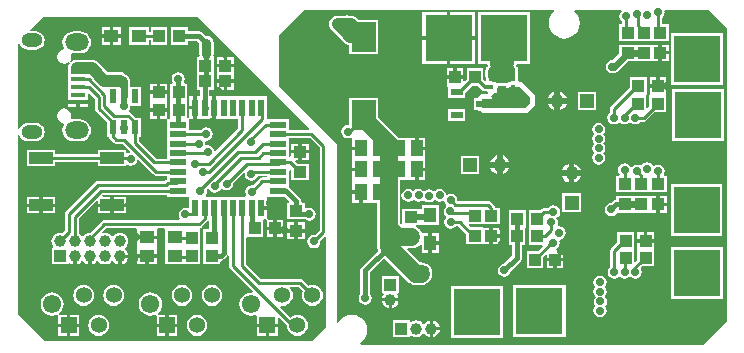
<source format=gtl>
%FSTAX23Y23*%
%MOIN*%
%SFA1B1*%

%IPPOS*%
%ADD12C,0.015748*%
%ADD16C,0.010000*%
%ADD17R,0.039370X0.043307*%
%ADD18R,0.041339X0.023622*%
%ADD19R,0.016929X0.013780*%
%ADD20R,0.043307X0.049212*%
%ADD21R,0.025984X0.013780*%
%ADD22R,0.080709X0.098425*%
%ADD23R,0.043307X0.055118*%
%ADD24R,0.043307X0.039370*%
%ADD25R,0.058071X0.023622*%
%ADD26R,0.023622X0.058071*%
%ADD27R,0.157480X0.157480*%
%ADD28R,0.051181X0.017716*%
%ADD29R,0.023622X0.048031*%
%ADD30R,0.049212X0.043307*%
%ADD31R,0.078740X0.039370*%
%ADD32R,0.078740X0.039370*%
%ADD61C,0.059055*%
%ADD62C,0.039370*%
%ADD63C,0.023622*%
%ADD64C,0.019685*%
%ADD65C,0.078740*%
%ADD66C,0.011811*%
%ADD67C,0.031496*%
%ADD68R,0.053464X0.053464*%
%ADD69C,0.053464*%
%ADD70C,0.061024*%
%ADD71R,0.045275X0.045275*%
%ADD72C,0.045275*%
%ADD73R,0.045275X0.045275*%
%ADD74O,0.078740X0.057087*%
%ADD75O,0.070866X0.045275*%
%ADD76C,0.039370*%
%ADD77R,0.039370X0.039370*%
%ADD78R,0.039370X0.039370*%
%ADD79C,0.027559*%
%LNlebot-1*%
%LPD*%
G36*
X02392Y01085D02*
Y0011D01*
X02312Y0003*
X01171*
X01169Y00035*
X01178Y00042*
X01186Y00052*
X01191Y00065*
X01193Y00078*
X01191Y00092*
X01186Y00104*
X01178Y00115*
X01167Y00123*
X01155Y00128*
X01141Y0013*
X01128Y00128*
X01115Y00123*
X01105Y00115*
X01097Y00104*
X01096Y00103*
X01091Y00104*
Y007*
X00898Y00893*
Y01062*
X00961Y01125*
X00983Y01146*
X01816*
X01817Y01141*
X01813Y01138*
X01805Y01128*
X018Y01115*
X01798Y01102*
X018Y01089*
X01805Y01076*
X01813Y01065*
X01824Y01057*
X01837Y01052*
X0185Y0105*
X01863Y01052*
X01876Y01057*
X01886Y01065*
X01895Y01076*
X019Y01089*
X01902Y01102*
X019Y01115*
X01895Y01128*
X01886Y01138*
X01882Y01141*
X01884Y01146*
X02039*
X02041Y01141*
X02039Y0114*
X02034Y01133*
X02033Y01125*
X02034Y01116*
X02039Y01109*
X02041Y01107*
Y01097*
X02033*
Y01042*
X02092*
X02139*
X02198*
Y01097*
X02175*
Y0112*
X02178Y01122*
X02182Y01129*
X02184Y01137*
X02183Y01141*
X02187Y01146*
X02331*
X02392Y01085*
G37*
G36*
X0075Y01001D02*
X00891Y00859D01*
X01Y0075*
X00999Y00745*
X00933*
Y00783*
X00864*
X00859Y00783*
X00859Y00788*
Y00857*
X00688*
Y0082*
Y00783*
X00763*
Y00751*
X00688Y00675*
X00682Y00676*
X00681Y00681*
X00677Y00688*
X00669Y00693*
X00661Y00695*
X00657Y00694*
X00653Y00698*
X00653Y007*
X00652Y00706*
X00656Y0071*
X00657Y0071*
X00665Y00711*
X00673Y00716*
X00677Y00723*
X00679Y00732*
X00677Y0074*
X00673Y00747*
X00665Y00752*
X00657Y00754*
X00649Y00752*
X00641Y00747*
X0064Y00745*
X00599*
Y00778*
X00599Y00783*
X00604Y00783*
X00613*
Y00814*
X00599*
Y00788*
Y00787*
X00594Y00785*
X00592Y00787*
Y00836*
Y00841*
Y009*
X00584*
X00582Y00905*
X00583Y00907*
X00585Y00916*
X00583Y00924*
X00579Y00931*
X00571Y00936*
X00563Y00938*
X00555Y00936*
X00547Y00931*
X00543Y00924*
X00541Y00916*
X00543Y00907*
X00544Y00905*
X00541Y009*
X00537*
Y00841*
Y00783*
X0053*
X00526*
X00525Y00788*
Y00806*
X00503*
Y00782*
X00521*
X00525*
X00526Y00777*
Y00744*
Y00712*
Y00681*
Y0065*
X00489*
X00433Y00707*
Y00722*
X00439*
Y00786*
X00423*
X00406Y00802*
X00402Y00805*
X004Y00805*
X00398Y00811*
X00401Y00816*
X00403Y00824*
X00403Y00825*
X00439*
Y00889*
X00402*
Y00898*
X00402Y009*
X00402Y00905*
X00401Y00912*
X00399Y00919*
X00394Y00925*
X00389Y0093*
X00383Y00934*
X00377Y00937*
X0037Y00938*
X00327*
X00294Y00971*
X00288Y00975*
X00281Y00978*
X00274Y00979*
X00224*
X00217Y00978*
X0021Y00975*
X00206Y00972*
X00203Y00976*
X00205Y0098*
X00207Y00989*
X00206Y00997*
X00208Y01001*
X0021Y01001*
X00214Y01001*
X00235*
X00245Y01002*
X00254Y01006*
X00261Y01012*
X00267Y01019*
X00271Y01028*
X00272Y01038*
X00271Y01047*
X00267Y01056*
X00261Y01064*
X00254Y01069*
X00245Y01073*
X00235Y01074*
X00214*
X00204Y01073*
X00195Y01069*
X00188Y01064*
X00182Y01056*
X00178Y01047*
X00177Y01038*
X00178Y01028*
X00182Y01019*
X00183Y01018*
X0018Y01013*
X00174Y01012*
X00166Y01006*
X00161Y00999*
X00159Y00989*
X00161Y0098*
X00166Y00972*
X00174Y00967*
X00183Y00965*
X00192Y00967*
X00198Y00971*
X00201Y00967*
X002Y00965*
X00197Y00958*
X00197Y00957*
X00195*
Y00923*
Y00898*
Y00872*
Y00847*
Y00844*
X00228*
X00262*
Y00866*
X00267Y00868*
X00286Y00849*
Y00816*
X00287Y00811*
X00289Y00807*
X00325Y00772*
Y00722*
X00332*
X00332Y00719*
X00335Y00715*
X00346Y00704*
X0035Y00701*
X00355Y007*
X00377*
X00402Y00675*
X00401Y00669*
X00397Y00669*
X00394Y00667*
X00389Y0067*
Y0068*
X00295*
Y00665*
X00153*
Y0068*
X00059*
Y00625*
X00153*
Y00639*
X00295*
Y00625*
X00389*
Y00627*
X00394Y00629*
X00397Y00628*
X00405Y00626*
X00413Y00628*
X00421Y00633*
X00425Y0064*
X00426Y00644*
X00432Y00645*
X0048Y00597*
X00485Y00594*
X0049Y00593*
X00526*
Y0058*
X00523Y0058*
X00519Y00577*
X00517Y00575*
X00296*
X00291Y00574*
X00286Y00571*
X0019Y00474*
X00187Y0047*
X00186Y00465*
Y00411*
X00176Y00401*
X00175Y00401*
X00168Y00402*
X00161Y00401*
X00154Y00398*
X00149Y00394*
X00144Y00388*
X00141Y00381*
X0014Y00374*
X00141Y00367*
X00144Y0036*
X00147Y00357*
X00144Y00352*
X00141*
Y00297*
X00196*
Y003*
X00201Y00303*
X00204Y003*
X00211Y00297*
X00212Y00297*
Y00324*
X00224*
Y00297*
X00225Y00297*
X00232Y003*
X00238Y00305*
X0024Y00308*
X00246*
X00249Y00305*
X00254Y003*
X00261Y00297*
X00262Y00297*
Y00324*
X00274*
Y00297*
X00275Y00297*
X00282Y003*
X00288Y00305*
X0029Y00308*
X00296*
X00299Y00305*
X00304Y003*
X00311Y00297*
X00318Y00297*
X00325Y00297*
X00332Y003*
X00338Y00305*
X0034Y00308*
X00346*
X00349Y00305*
X00354Y003*
X00361Y00297*
X00362Y00297*
Y00324*
X00368*
Y0033*
X00395*
X00395Y00331*
X00392Y00338*
X00388Y00344*
X00385Y00346*
Y00352*
X00388Y00355*
X00392Y0036*
X00395Y00367*
X00396Y00374*
X00395Y00381*
X00392Y00388*
X00388Y00394*
X00382Y00398*
X00375Y00401*
X00368Y00402*
X00361Y00401*
X00354Y00398*
X00349Y00394*
X00346Y00391*
X0034*
X00338Y00394*
X00332Y00398*
X00325Y00401*
X00318Y00402*
X00312Y00401*
X0031Y00403*
X00309Y00406*
X00323Y00419*
X00422*
X00426Y00416*
Y00414*
Y00392*
X00458*
X00491*
Y00414*
Y00416*
X00494Y00419*
X00515*
X00518Y00416*
Y00414*
Y00361*
Y00357*
Y00352*
Y00297*
X00635*
Y00351*
Y00356*
Y00361*
Y00415*
Y00415*
X00635Y0042*
X00638Y0042*
X00643Y00423*
X0066Y00441*
X00661Y00442*
X00666Y00441*
Y00415*
X00647*
Y00361*
Y00356*
Y00297*
X00702*
Y00306*
X00704Y0031*
X0071Y00311*
X00716Y00315*
X00725Y00324*
X00727Y00327*
X00732Y00326*
Y00293*
X00733Y00288*
X00736Y00284*
X00812Y00208*
X0081Y00203*
X00805Y00204*
X00795Y00202*
X00786Y00198*
X00778Y00192*
X00771Y00184*
X00768Y00175*
X00766Y00165*
X00768Y00155*
X00771Y00145*
X00778Y00137*
X00786Y00131*
X00795Y00127*
X00805Y00126*
X00815Y00127*
X00821Y0013*
X00826Y00126*
Y001*
X00895*
Y00119*
X00899Y0012*
X00925Y00095*
X00925Y00094*
X00926Y00085*
X0093Y00077*
X00935Y00069*
X00943Y00064*
X00951Y0006*
X0096Y00059*
X00969Y0006*
X00978Y00064*
X00985Y00069*
X0099Y00077*
X00994Y00085*
X00995Y00094*
X00994Y00103*
X0099Y00111*
X00985Y00119*
X00978Y00124*
X00969Y00128*
X0096Y00129*
X00951Y00128*
X00943Y00124*
X00937Y0012*
X00902Y00155*
X00904Y0016*
X0091Y00159*
X00919Y0016*
X00928Y00164*
X00935Y00169*
X0094Y00177*
X00944Y00185*
X00945Y00194*
X00944Y00203*
X0094Y00211*
X00936Y00218*
X00937Y00223*
X00963*
X00978Y00207*
X00976Y00203*
X00975Y00194*
X00976Y00185*
X0098Y00177*
X00985Y00169*
X00993Y00164*
X01001Y0016*
X0101Y00159*
X01019Y0016*
X01028Y00164*
X01035Y00169*
X0104Y00177*
X01044Y00185*
X01045Y00194*
X01044Y00203*
X0104Y00211*
X01035Y00219*
X01028Y00224*
X01019Y00228*
X0101Y00229*
X01001Y00228*
X00997Y00226*
X00978Y00245*
X00973Y00248*
X00968Y00249*
X00838*
X0079Y00297*
Y00383*
X00791Y00387*
X00846*
Y00446*
X0085Y00449*
X00854*
X00854Y00449*
X00858Y00446*
Y00444*
Y00444*
Y00423*
X00879*
Y00446*
X00863*
X00863Y00447*
X00859Y00449*
Y00451*
Y00452*
Y0048*
X0084*
Y00492*
X00859*
Y00518*
X00859Y00523*
X00864Y00523*
X00918*
X00933Y00508*
X00931Y00503*
X00927*
Y00448*
X00966*
X00968Y00448*
X00985*
X00991Y00444*
X01Y00442*
X01008Y00444*
X01015Y00448*
X0102Y00456*
X01022Y00464*
X0102Y00473*
X01015Y0048*
X01008Y00484*
X01Y00486*
X00991Y00484*
X0099Y00484*
X00986Y00486*
Y00503*
X00975*
X00972Y00507*
X00971Y00514*
X00968Y00519*
X00933Y00553*
Y00586*
Y00609*
X00938Y00612*
X00938Y00612*
Y00578*
X00998*
Y00633*
X00959*
X00952Y00641*
X00954Y00645*
X00962*
Y00667*
X00938*
Y00657*
X00933Y00654*
X00933Y00654*
Y00681*
Y00719*
X01002*
X01034Y00687*
Y0041*
X01018Y00395*
X01015Y00396*
X01007Y00394*
X01Y00389*
X00995Y00382*
X00993Y00374*
X00995Y00365*
X01Y00358*
X01007Y00353*
X01015Y00351*
X01024Y00353*
X01031Y00358*
X01036Y00365*
X01037Y00374*
X01037Y00376*
X0105Y0039*
X01055Y00388*
Y00089*
X01008Y00043*
X00118*
X00028Y00132*
Y00728*
X00033Y00729*
X00035Y00723*
X0004Y00717*
X00047Y00712*
X00054Y00709*
X00062Y00708*
X00088*
X00096Y00709*
X00103Y00712*
X00109Y00717*
X00114Y00723*
X00117Y0073*
X00118Y00738*
X00117Y00746*
X00114Y00754*
X00109Y0076*
X00103Y00765*
X00096Y00768*
X00088Y00769*
X00062*
X00054Y00768*
X00047Y00765*
X0004Y0076*
X00035Y00754*
X00033Y00748*
X00028Y00749*
Y01033*
X00033Y01034*
X00035Y01028*
X0004Y01022*
X00047Y01017*
X00054Y01014*
X00062Y01013*
X00088*
X00096Y01014*
X00103Y01017*
X00109Y01022*
X00114Y01028*
X00117Y01036*
X00118Y01044*
X00117Y01052*
X00114Y01059*
X00109Y01065*
X00103Y0107*
X00096Y01073*
X00088Y01074*
X00072*
X0007Y01079*
X00114Y01123*
X00629*
X0075Y01001*
G37*
G36*
X00785Y00602D02*
X00785Y00598D01*
X00786Y00589*
X00791Y00582*
X00798Y00578*
X00807Y00576*
X00815Y00578*
X00822Y00582*
X00827Y00589*
X00828Y00593*
X00859*
Y00587*
X00843*
X00838Y00586*
X00834Y00584*
X00811Y00561*
X00808Y00562*
X008Y0056*
X00792Y00555*
X00788Y00548*
X00786Y0054*
X00788Y00531*
X0079Y00528*
X00787Y00523*
X00655*
X00654Y00528*
X00658Y00534*
X00659Y00543*
X00658Y00547*
X0066Y00548*
X0066Y00548*
X00666Y00547*
X00669Y00543*
X00676Y00538*
X00685Y00536*
X00693Y00538*
X007Y00543*
X00704Y00548*
X00707Y0055*
X0071Y0055*
X00715Y00546*
X00724Y00544*
X00732Y00546*
X0074Y00551*
X00744Y00558*
X00746Y00566*
X00745Y00569*
X00781Y00605*
X00785Y00602*
G37*
G36*
X00526Y00523D02*
X00594D01*
X00599Y00523*
X00599Y00518*
Y00487*
X00595Y00484*
X00594Y00484*
X00586Y00486*
X00578Y00484*
X00571Y0048*
X00566Y00473*
X00564Y00464*
X00566Y00456*
X00569Y00451*
X00566Y00446*
X00317*
X00312Y00445*
X00308Y00442*
X00268Y00402*
X00268Y00402*
X00261Y00401*
X00254Y00398*
X00249Y00394*
X00246Y00391*
X0024*
X00238Y00394*
X00232Y00398*
X00231Y00399*
Y00451*
X0029Y0051*
X00295Y00508*
Y005*
X00336*
Y00522*
X00311*
X00309Y00527*
X00311Y0053*
X00526*
Y00523*
G37*
%LNlebot-2*%
%LPC*%
G36*
X01551Y01137D02*
X0147D01*
Y01057*
X01551*
Y01137*
G37*
G36*
X01458D02*
X01377D01*
Y01057*
X01458*
Y01137*
G37*
G36*
X02198Y0103D02*
X02175D01*
Y01008*
X02198*
Y0103*
G37*
G36*
X01125Y01128D02*
X01117Y01126D01*
X01116Y01126*
X01094*
X01087Y01125*
X0108Y01122*
X01074Y01118*
X0107Y01112*
X01067Y01105*
X01066Y01098*
X01067Y01091*
X0107Y01084*
X01074Y01078*
X01098Y01055*
X01116Y01036*
X01122Y01032*
X01129Y01029*
X01132Y01029*
Y00999*
X01229*
Y01113*
X01163*
X01158Y01118*
X01153Y01122*
X01146Y01125*
X01139Y01126*
X01135*
X01134Y01126*
X01125Y01128*
G37*
G36*
X02198Y00997D02*
X02175D01*
Y00975*
X02198*
Y00997*
G37*
G36*
X02146Y0103D02*
X02087D01*
X02033*
Y01001*
X0201Y00978*
X02002Y00977*
X01995Y00972*
X0199Y00965*
X01988Y00956*
X0199Y00948*
X01995Y00941*
X02002Y00936*
X0201Y00934*
X02019Y00936*
X02021Y00937*
X02024Y00938*
X0203Y00942*
X02063Y00975*
X02092*
X02139*
X02163*
Y01002*
Y0103*
X02146*
G37*
G36*
X01551Y01045D02*
X0147D01*
Y00964*
X01551*
Y01045*
G37*
G36*
X01458D02*
X01377D01*
Y00964*
X01458*
Y01045*
G37*
G36*
X01513Y00951D02*
X01492D01*
Y00928*
X01513*
Y00951*
G37*
G36*
X0148D02*
X01458D01*
Y00928*
X0148*
Y00951*
G37*
G36*
X01736Y01137D02*
X01562D01*
Y00964*
X01592*
X01594Y00961*
X01595Y00959*
X01592Y00955*
X01589*
Y00951*
X01588Y00947*
X01587Y0094*
Y00924*
X01588Y00917*
X01589Y00913*
Y00911*
X01585Y00909*
X0158Y00914*
Y00951*
X01525*
Y00914*
X01518Y00907*
X01513Y00909*
Y00916*
X01486*
X01458*
Y00892*
X01462Y0089*
Y00851*
X01519*
Y00868*
X01543Y00892*
X01562*
X01575Y00879*
X0158Y00876*
X01585Y00875*
X01589*
Y00875*
X01593*
X01594Y0087*
X01591Y00865*
X01591Y00865*
X01577*
X01571Y00864*
X01566Y0086*
X01562Y00855*
X01562Y00853*
X01549*
Y00813*
X01562*
X01562Y00811*
X01566Y00806*
X01571Y00803*
X01577Y00801*
X01608*
X01719*
X01725Y00803*
X0173Y00806*
X01748Y00824*
X01752Y00829*
X01753Y00835*
Y00855*
X01752Y00861*
X01748Y00866*
X01714Y009*
X01709Y00904*
X01703Y00905*
X01701Y00905*
X01696Y00908*
Y00955*
X01692*
X01689Y00959*
X01691Y00964*
X01736*
Y01137*
G37*
G36*
X0219Y00921D02*
X02169D01*
Y00897*
X0219*
Y00921*
G37*
G36*
X02157D02*
X02135D01*
Y00897*
X02157*
Y00921*
G37*
G36*
X02378Y01069D02*
X02204D01*
Y00896*
X02378*
Y01069*
G37*
G36*
X01836Y00873D02*
Y00852D01*
X01858*
X01855Y00858*
X0185Y00865*
X01843Y00871*
X01836Y00873*
G37*
G36*
X01816D02*
X0181Y00871D01*
X01803Y00865*
X01798Y00858*
X01795Y00852*
X01816*
Y00873*
G37*
G36*
X01955Y00873D02*
X01894D01*
Y00812*
X01955*
Y00873*
G37*
G36*
X01816Y00832D02*
X01795D01*
X01798Y00826*
X01803Y00819*
X0181Y00814*
X01816Y00811*
Y00832*
G37*
G36*
X01858D02*
X01836D01*
Y00811*
X01843Y00814*
X0185Y00819*
X01855Y00826*
X01858Y00832*
G37*
G36*
X01519Y00815D02*
X01462D01*
Y00776*
X01519*
Y00815*
G37*
G36*
X02124Y00921D02*
X02068D01*
Y00886*
X02006Y00824*
X02003Y00819*
X02002Y00814*
Y00803*
X02Y00802*
X01995Y00794*
X01993Y00786*
X01995Y00777*
X02Y0077*
X02007Y00766*
X02015Y00764*
X02024Y00766*
X02031Y0077*
X02035*
X02042Y00766*
X02051Y00764*
X02059Y00766*
X02066Y0077*
X02071*
X02078Y00766*
X02086Y00764*
X02095Y00766*
X02102Y0077*
X02103Y00773*
X02114*
X02119Y00774*
X02123Y00777*
X0215Y00804*
X02188*
Y00862*
X0219*
Y00885*
X02163*
X02135*
Y00863*
X02133*
Y00824*
X02126Y00817*
X02122Y00819*
Y00862*
X02124*
Y00921*
G37*
G36*
X02381Y00881D02*
X02208D01*
Y00708*
X02381*
Y00881*
G37*
G36*
X01364Y0072D02*
Y0069D01*
X01387*
Y0072*
X01364*
G37*
G36*
X01644Y00661D02*
Y00639D01*
X01666*
X01663Y00646*
X01658Y00653*
X01651Y00658*
X01644Y00661*
G37*
G36*
X01625D02*
X01618Y00658D01*
X01611Y00653*
X01606Y00646*
X01603Y00639*
X01625*
Y00661*
G37*
G36*
X01964Y00769D02*
X01956Y00767D01*
X01948Y00762*
X01944Y00755*
X01942Y00747*
X01944Y00738*
X01948Y00731*
Y00731*
X01944Y00724*
X01942Y00715*
X01944Y00707*
X01948Y00699*
X0195Y00699*
X01945Y00692*
X01943Y00684*
X01945Y00675*
X0195Y00668*
X01948Y00668*
X01944Y00661*
X01942Y00652*
X01944Y00644*
X01948Y00636*
X01956Y00632*
X01964Y0063*
X01973Y00632*
X0198Y00636*
X01984Y00644*
X01986Y00652*
X01984Y00661*
X0198Y00667*
X01981Y00668*
X01986Y00675*
X01987Y00684*
X01986Y00692*
X01981Y00699*
X0198Y007*
X01984Y00707*
X01986Y00715*
X01984Y00724*
X0198Y00731*
Y00731*
X01984Y00738*
X01986Y00747*
X01984Y00755*
X0198Y00762*
X01973Y00767*
X01964Y00769*
G37*
G36*
X02126Y00638D02*
X02117Y00636D01*
X0211Y00631*
X02105Y00624*
X02099Y00628*
X02091Y0063*
X02083Y00628*
X02075Y00623*
X02075Y00623*
X02069*
X02066Y00627*
X02059Y00632*
X02051Y00634*
X02042Y00632*
X02035Y00627*
X0203Y0062*
X02029Y00612*
X0203Y00603*
X02034Y00597*
X02033Y00594*
X02032Y00592*
X02022*
Y00537*
X02132*
X02191*
Y00592*
X02183*
X02181Y00597*
X02182Y00599*
X02184Y00608*
X02182Y00616*
X02178Y00623*
X0217Y00628*
X02162Y0063*
X02153Y00628*
X0215Y00626*
X02146Y00624*
X02144Y00627*
X02141Y00631*
X02134Y00636*
X02126Y00638*
G37*
G36*
X01883Y00633D02*
Y00612D01*
X01905*
X01902Y00618*
X01897Y00625*
X0189Y0063*
X01883Y00633*
G37*
G36*
X01864D02*
X01857Y0063D01*
X0185Y00625*
X01845Y00618*
X01842Y00612*
X01864*
Y00633*
G37*
G36*
X01566Y0066D02*
X01505D01*
Y00599*
X01566*
Y0066*
G37*
G36*
X01666Y0062D02*
X01644D01*
Y00598*
X01651Y00601*
X01658Y00606*
X01663Y00613*
X01666Y0062*
G37*
G36*
X01625D02*
X01603D01*
X01606Y00613*
X01611Y00606*
X01618Y00601*
X01625Y00598*
Y0062*
G37*
G36*
X01387Y00608D02*
X01364D01*
Y00578*
X01387*
Y00608*
G37*
G36*
X01229Y00853D02*
X01132D01*
Y00765*
X01129Y00762*
X0112Y00761*
X01113Y00756*
X01108Y00749*
X01107Y0074*
X01108Y00732*
X01113Y00725*
X0112Y0072*
X01129Y00718*
X01137Y0072*
X01139Y00721*
X01143Y00718*
Y00716*
Y0069*
X01173*
Y00679*
X01143*
Y00654*
Y00649*
Y00644*
Y0062*
X01173*
Y00608*
X01143*
Y00579*
Y00578*
Y00574*
Y00573*
Y00545*
X01173*
Y00539*
X01179*
Y00503*
X01197*
X01202*
X01207*
X01227*
Y00418*
Y00356*
X01228Y00346*
X01229Y00343*
X01175Y00289*
X01172Y00284*
X0117Y00278*
Y00199*
X01166Y00193*
X01164Y00185*
X01166Y00176*
X01171Y00169*
X01178Y00164*
X01187Y00162*
X01195Y00164*
X01202Y00169*
X01207Y00176*
X01209Y00185*
X01207Y00193*
X01203Y00199*
Y00271*
X01249Y00318*
X01327Y0024*
X01335Y00234*
X01344Y0023*
X01354Y00229*
X01373*
X01382Y0023*
X01391Y00234*
X01399Y0024*
X01405Y00247*
X01409Y00256*
X0141Y00266*
X01409Y00276*
X01408Y00278*
X01407Y00286*
X01402Y00293*
X01395Y00297*
X01393Y00298*
X01391Y00299*
X01382Y00303*
X01373Y00304*
X01369*
X01327Y00346*
X01329Y00351*
X01339*
X01349Y00352*
X01358Y00356*
X01364Y0036*
X01369Y00361*
X01374Y00361*
Y00336*
X01397*
Y00369*
Y00401*
X01374*
X01372Y00407*
X01369Y00411*
Y00416*
X01365*
X01358Y00421*
X01354Y00423*
X01355Y00428*
X01369*
Y00428*
X01374Y00429*
X01433*
Y00494*
X01374*
Y00483*
X01369Y00483*
X0131*
Y00435*
X01305Y00433*
X01302Y00435*
Y00539*
Y00578*
X01328*
X01333*
X01352*
Y00614*
X01358*
Y0062*
X01387*
Y00644*
Y00649*
Y00654*
Y00679*
X01358*
Y00685*
X01352*
Y0072*
X01333*
X01328*
X01323*
X01296*
X01291Y00726*
X01229Y00788*
Y00853*
G37*
G36*
X01864Y00592D02*
X01842D01*
X01845Y00585*
X0185Y00579*
X01857Y00573*
X01864Y00571*
Y00592*
G37*
G36*
X01905D02*
X01883D01*
Y00571*
X0189Y00573*
X01897Y00579*
X01902Y00585*
X01905Y00592*
G37*
G36*
X01434Y0055D02*
X01425Y00548D01*
X01418Y00543*
X01417Y00542*
X01415*
X01407Y00546*
X01399Y00548*
X0139Y00546*
X01385Y00543*
X01379Y00543*
X01372Y00548*
X01364Y0055*
X01355Y00548*
X0135Y00544*
X01345Y00543*
X01338Y00547*
X01329Y00549*
X01321Y00547*
X01314Y00543*
X01309Y00536*
X01307Y00527*
X01309Y00519*
X01314Y00511*
X01321Y00507*
X01329Y00505*
X01338Y00507*
X01343Y0051*
X01348Y00512*
X01355Y00507*
X01364Y00506*
X01372Y00507*
X01378Y00511*
X01383Y0051*
X0139Y00506*
X01399Y00504*
X01407Y00506*
X01415Y0051*
X01416Y00512*
X01418*
X01425Y00507*
X01434Y00506*
X01442Y00507*
X01445Y00509*
X0145Y00507*
X01451Y00503*
X01455Y00496*
X01456Y00494*
Y00491*
X01454Y0049*
X0145Y00482*
X01448Y00474*
X0145Y00466*
X01454Y00459*
X01454Y00458*
X01454Y00452*
X01451Y00447*
X01449Y00439*
X01451Y0043*
X01455Y00423*
X01463Y00418*
X01471Y00416*
X01479Y00418*
X01487Y00423*
X01488Y00425*
X01496*
X01521Y004*
Y00366*
X01576*
Y00364*
X016*
Y00391*
Y00419*
X0158*
Y00421*
X01538*
X01531Y00428*
X01533Y00433*
X01576*
Y00431*
X01635*
Y00486*
X01619*
X01618Y0049*
X01615Y00494*
X01604Y00505*
X016Y00508*
X01595Y00509*
X01495*
X01493Y00511*
X01492Y0052*
X01487Y00527*
X0148Y00532*
X01471Y00533*
X01463Y00532*
X0146Y0053*
X01455Y00532*
X01454Y00536*
X01449Y00543*
X01442Y00548*
X01434Y0055*
G37*
G36*
X01167Y00533D02*
X01143D01*
Y00503*
X01167*
Y00533*
G37*
G36*
X02191Y00525D02*
X02168D01*
Y00503*
X02191*
Y00525*
G37*
G36*
X01904Y00534D02*
X01843D01*
Y00473*
X01904*
Y00534*
G37*
G36*
X02191Y00492D02*
X02168D01*
Y0047*
X02191*
Y00492*
G37*
G36*
X02136Y00525D02*
X02022D01*
Y00513*
X02017Y00512*
X02012Y00509*
X02006Y00503*
X01998Y00501*
X01991Y00496*
X01986Y00489*
X01984Y00481*
X01986Y00472*
X01991Y00465*
X01998Y0046*
X02006Y00459*
X02015Y0046*
X02022Y00465*
X02025Y0047*
X02132*
X02156*
Y00498*
Y00525*
X02136*
G37*
G36*
X01635Y00419D02*
X01612D01*
Y00397*
X01635*
Y00419*
G37*
G36*
X02377Y00565D02*
X02204D01*
Y00392*
X02377*
Y00565*
G37*
G36*
X02148Y00405D02*
X02126D01*
Y00381*
X02148*
Y00405*
G37*
G36*
X02115D02*
X02093D01*
Y00381*
X02115*
Y00405*
G37*
G36*
X01433Y00401D02*
X01409D01*
Y00375*
X01433*
Y00401*
G37*
G36*
X01635Y00385D02*
X01612D01*
Y00364*
X01635*
Y00385*
G37*
G36*
X01433Y00363D02*
X01409D01*
Y00336*
X01433*
Y00363*
G37*
G36*
X01813Y00494D02*
X01805Y00492D01*
X01798Y00488*
X01796Y00485*
X01783*
X01778Y00484*
X01774Y00481*
X01769Y00477*
X01733*
Y00422*
X01732*
Y00363*
X01776*
X01778Y00358*
X01762Y00343*
X01724*
Y00284*
X01779*
Y00322*
X01786Y0033*
X01791Y00328*
Y00319*
X01818*
X01846*
Y00343*
X01824*
X01823Y00348*
X01827Y00351*
X01832Y00358*
X01834Y00367*
X01832Y00375*
X01832Y00375*
X01834Y0038*
X01841Y00382*
X01848Y00386*
X01853Y00394*
X01854Y00402*
X01853Y00411*
X01848Y00418*
X01841Y00422*
X01832Y00424*
X0183Y00424*
X01828Y00428*
X01828Y00428*
X01829Y00437*
X01828Y00445*
X01823Y00452*
Y00452*
X01829Y00456*
X01834Y00463*
X01836Y00472*
X01834Y0048*
X01829Y00488*
X01822Y00492*
X01813Y00494*
G37*
G36*
X01846Y00308D02*
X01824D01*
Y00284*
X01846*
Y00308*
G37*
G36*
X01812D02*
X01791D01*
Y00284*
X01812*
Y00308*
G37*
G36*
X01721Y00477D02*
X01666D01*
Y00422*
X01665*
Y00363*
X01677*
Y00327*
X01649Y00299*
X01642Y00297*
X01634Y00293*
X0163Y00286*
X01628Y00277*
X0163Y00269*
X01634Y00261*
X01642Y00257*
X0165Y00255*
X01659Y00257*
X01666Y00261*
X0167Y00269*
X01672Y00276*
X01705Y00309*
X01708Y00314*
X01709Y0032*
Y00363*
X0172*
Y00418*
X01721*
Y00477*
G37*
G36*
X02081Y00405D02*
X02026D01*
Y00371*
X02007Y00352*
X02004Y00348*
X02003Y00343*
Y00289*
X02001Y00287*
X01996Y0028*
X01994Y00272*
X01996Y00263*
X02001Y00256*
X02008Y00251*
X02016Y0025*
X02025Y00251*
X02032Y00256*
X02036*
X02043Y00251*
X02052Y0025*
X0206Y00251*
X02067Y00256*
X02071*
X02079Y00251*
X02087Y0025*
X02096Y00251*
X02103Y00256*
X02107Y00263*
X02109Y00272*
X02107Y0028*
X02104Y00285*
X0211Y00291*
X02148*
Y00346*
Y0037*
X02121*
X02093*
Y00346*
Y00311*
X02086Y00304*
X02081Y00306*
Y00346*
Y00405*
G37*
G36*
X01298Y00257D02*
X01243D01*
Y00202*
X01246*
X01249Y00197*
X01246Y00194*
X01243Y00187*
X01243Y00186*
X0127*
X01297*
X01297Y00187*
X01294Y00194*
X01292Y00197*
X01294Y00202*
X01298*
Y00257*
G37*
G36*
X02378Y00354D02*
X02205D01*
Y00181*
X02378*
Y00354*
G37*
G36*
X01264Y00174D02*
X01243D01*
X01243Y00172*
X01246Y00166*
X01251Y0016*
X01256Y00156*
X01263Y00153*
X01264Y00153*
Y00174*
G37*
G36*
X01297D02*
X01276D01*
Y00153*
X01277Y00153*
X01284Y00156*
X0129Y0016*
X01294Y00166*
X01297Y00172*
X01297Y00174*
G37*
G36*
X01969Y0026D02*
X01961Y00258D01*
X01953Y00253*
X01949Y00246*
X01947Y00238*
X01949Y00229*
X01953Y00222*
Y00222*
X01949Y00215*
X01947Y00206*
X01949Y00198*
X01953Y00191*
X01954Y0019*
X0195Y00183*
X01948Y00175*
X0195Y00166*
X01954Y0016*
X01953Y00159*
X01949Y00152*
X01947Y00143*
X01949Y00135*
X01953Y00128*
X01961Y00123*
X01969Y00121*
X01977Y00123*
X01985Y00128*
X01989Y00135*
X01991Y00143*
X01989Y00152*
X01985Y00158*
X01986Y00159*
X01991Y00166*
X01992Y00175*
X01991Y00183*
X01986Y0019*
X01985Y00191*
X01989Y00198*
X01991Y00206*
X01989Y00215*
X01985Y00222*
Y00222*
X01989Y00229*
X01991Y00238*
X01989Y00246*
X01985Y00253*
X01977Y00258*
X01969Y0026*
G37*
G36*
X01357Y00111D02*
X0135Y0011D01*
X01343Y00107*
X01339Y00105*
X01334Y00107*
Y00111*
X01279*
Y00056*
X01334*
Y00059*
X01339Y00062*
X01343Y00059*
X0135Y00056*
X01357Y00055*
X01364Y00056*
X01371Y00059*
X01376Y00064*
X01379Y00066*
X01385*
X01387Y00064*
X01393Y00059*
X014Y00056*
X01401Y00056*
Y00083*
Y0011*
X014Y0011*
X01393Y00107*
X01387Y00103*
X01385Y001*
X01379*
X01376Y00103*
X01371Y00107*
X01364Y0011*
X01357Y00111*
G37*
G36*
X01413Y0011D02*
Y00089D01*
X01434*
X01434Y0009*
X01431Y00097*
X01426Y00103*
X01421Y00107*
X01414Y0011*
X01413Y0011*
G37*
G36*
X01434Y00077D02*
X01413D01*
Y00056*
X01414Y00056*
X01421Y00059*
X01426Y00064*
X01431Y00069*
X01434Y00076*
X01434Y00077*
G37*
G36*
X01854Y00228D02*
X0168D01*
Y00055*
X01854*
Y00228*
G37*
G36*
X01644Y00226D02*
X01471D01*
Y00053*
X01644*
Y00226*
G37*
G36*
X00527Y01088D02*
X00472D01*
Y01072*
X00465*
Y01088*
X004*
Y01029*
X00465*
Y01045*
X00472*
Y01029*
X00527*
Y01088*
G37*
G36*
X00373D02*
X00346D01*
Y01064*
X00373*
Y01088*
G37*
G36*
X00334D02*
X00308D01*
Y01064*
X00334*
Y01088*
G37*
G36*
X00373Y01053D02*
X00346D01*
Y01029*
X00373*
Y01053*
G37*
G36*
X00334D02*
X00308D01*
Y01029*
X00334*
Y01053*
G37*
G36*
X00748Y0099D02*
X00726D01*
Y00966*
X00748*
Y0099*
G37*
G36*
X00714D02*
X00692D01*
Y00966*
X00714*
Y0099*
G37*
G36*
X00748Y00954D02*
X0072D01*
X00692*
Y00931*
Y00915*
X0072*
X00748*
Y00931*
Y00954*
G37*
G36*
Y00903D02*
X00726D01*
Y00879*
X00748*
Y00903*
G37*
G36*
X00714D02*
X00692D01*
Y00879*
X00714*
Y00903*
G37*
G36*
X00525Y009D02*
X00503D01*
Y00877*
X00525*
Y009*
G37*
G36*
X00492D02*
X0047D01*
Y00877*
X00492*
Y009*
G37*
G36*
X00613Y00857D02*
X00599D01*
Y00826*
X00613*
Y00857*
G37*
G36*
X00262Y00832D02*
X00234D01*
Y00821*
X00262*
Y00832*
G37*
G36*
X00223D02*
X00195D01*
Y00821*
X00223*
Y00832*
G37*
G36*
X00525Y00865D02*
X0047D01*
Y00846*
Y00841*
Y00836*
Y00818*
X00525*
Y00836*
Y00841*
Y00846*
Y00865*
G37*
G36*
X00594Y01088D02*
X00539D01*
Y01029*
X00594*
Y01043*
X00627*
X00633Y01036*
X00633Y01035*
Y01*
X00634Y00995*
X0063Y0099*
X00625*
Y00931*
Y00879*
X00635*
Y00857*
X00625*
Y0082*
Y00783*
X00676*
Y0082*
Y00857*
X00667*
Y00879*
X00681*
Y00931*
Y0099*
X0068Y00995*
X00681Y01*
Y01035*
X00679Y01044*
X00674Y01052*
X00666Y01057*
X00657Y01059*
X00656Y01059*
X00645Y0107*
X0064Y01073*
X00633Y01075*
X00594*
Y01088*
G37*
G36*
X00492Y00806D02*
X0047D01*
Y00782*
X00492*
Y00806*
G37*
G36*
X00183Y00817D02*
X00174Y00815D01*
X00166Y0081*
X00161Y00802*
X00159Y00793*
X00161Y00783*
X00166Y00776*
X00174Y0077*
X0018Y00769*
X00183Y00764*
X00182Y00763*
X00178Y00754*
X00177Y00744*
X00178Y00735*
X00182Y00726*
X00188Y00718*
X00195Y00713*
X00204Y00709*
X00214Y00708*
X00235*
X00245Y00709*
X00254Y00713*
X00261Y00718*
X00267Y00726*
X00271Y00735*
X00272Y00744*
X00271Y00754*
X00267Y00763*
X00261Y0077*
X00254Y00776*
X00245Y0078*
X00235Y00781*
X00214*
X0021Y00781*
X00208Y00781*
X00206Y00785*
X00207Y00793*
X00205Y00802*
X002Y0081*
X00192Y00815*
X00183Y00817*
G37*
G36*
X00998Y007D02*
X00974D01*
Y00679*
X00998*
Y007*
G37*
G36*
X00962D02*
X00938D01*
Y00679*
X00962*
Y007*
G37*
G36*
X00998Y00667D02*
X00974D01*
Y00645*
X00998*
Y00667*
G37*
G36*
X00153Y00522D02*
X00112D01*
Y005*
X00153*
Y00522*
G37*
G36*
X001D02*
X00059D01*
Y005*
X001*
Y00522*
G37*
G36*
X00153Y00489D02*
X00112D01*
Y00467*
X00153*
Y00489*
G37*
G36*
X001D02*
X00059D01*
Y00467*
X001*
Y00489*
G37*
G36*
X00913Y00446D02*
X00891D01*
Y00423*
X00913*
Y00446*
G37*
G36*
X00986Y00437D02*
X00962D01*
Y00415*
X00986*
Y00437*
G37*
G36*
X0095D02*
X00927D01*
Y00415*
X0095*
Y00437*
G37*
G36*
X00913Y00411D02*
X00891D01*
Y00387*
X00913*
Y00411*
G37*
G36*
X00879D02*
X00858D01*
Y00387*
X00879*
Y00411*
G37*
G36*
X00986Y00403D02*
X00962D01*
Y00381*
X00986*
Y00403*
G37*
G36*
X0095D02*
X00927D01*
Y00381*
X0095*
Y00403*
G37*
G36*
X00491Y00381D02*
X00458D01*
X00426*
Y00361*
Y00357*
Y00352*
Y00332*
X00458*
X00491*
Y00352*
Y00356*
Y00361*
Y00381*
G37*
G36*
X00395Y00318D02*
X00374D01*
Y00297*
X00375Y00297*
X00382Y003*
X00388Y00305*
X00392Y0031*
X00395Y00317*
X00395Y00318*
G37*
G36*
X00491Y0032D02*
X00464D01*
Y00297*
X00491*
Y0032*
G37*
G36*
X00452D02*
X00426D01*
Y00297*
X00452*
Y0032*
G37*
G36*
X00675Y00229D02*
X00666Y00228D01*
X00658Y00224*
X00651Y00219*
X00645Y00211*
X00642Y00203*
X00641Y00194*
X00642Y00185*
X00645Y00177*
X00651Y00169*
X00658Y00164*
X00666Y0016*
X00675Y00159*
X00685Y0016*
X00693Y00164*
X007Y00169*
X00706Y00177*
X00709Y00185*
X0071Y00194*
X00709Y00203*
X00706Y00211*
X007Y00219*
X00693Y00224*
X00685Y00228*
X00675Y00229*
G37*
G36*
X00575D02*
X00566Y00228D01*
X00558Y00224*
X00551Y00219*
X00545Y00211*
X00542Y00203*
X00541Y00194*
X00542Y00185*
X00545Y00177*
X00551Y00169*
X00558Y00164*
X00566Y0016*
X00575Y00159*
X00585Y0016*
X00593Y00164*
X006Y00169*
X00606Y00177*
X00609Y00185*
X0061Y00194*
X00609Y00203*
X00606Y00211*
X006Y00219*
X00593Y00224*
X00585Y00228*
X00575Y00229*
G37*
G36*
X00348D02*
X00338Y00228D01*
X0033Y00224*
X00323Y00219*
X00317Y00211*
X00314Y00203*
X00313Y00194*
X00314Y00185*
X00317Y00177*
X00323Y00169*
X0033Y00164*
X00338Y0016*
X00348Y00159*
X00357Y0016*
X00365Y00164*
X00372Y00169*
X00378Y00177*
X00381Y00185*
X00382Y00194*
X00381Y00203*
X00378Y00211*
X00372Y00219*
X00365Y00224*
X00357Y00228*
X00348Y00229*
G37*
G36*
X00248D02*
X00238Y00228D01*
X0023Y00224*
X00223Y00219*
X00217Y00211*
X00214Y00203*
X00213Y00194*
X00214Y00185*
X00217Y00177*
X00223Y00169*
X0023Y00164*
X00238Y0016*
X00248Y00159*
X00257Y0016*
X00265Y00164*
X00272Y00169*
X00278Y00177*
X00281Y00185*
X00282Y00194*
X00281Y00203*
X00278Y00211*
X00272Y00219*
X00265Y00224*
X00257Y00228*
X00248Y00229*
G37*
G36*
X00531Y00129D02*
Y001D01*
X0056*
Y00129*
X00531*
G37*
G36*
X0047Y00204D02*
X0046Y00202D01*
X00451Y00198*
X00443Y00192*
X00437Y00184*
X00433Y00175*
X00432Y00165*
X00433Y00155*
X00437Y00145*
X00443Y00137*
X00451Y00131*
X0046Y00127*
X0047Y00126*
X0048Y00127*
X00485Y00129*
X00489Y00128*
X00491Y00126*
Y00125*
Y001*
X0052*
Y00129*
X00495*
X00495*
X00494*
X00494Y00131*
X00495Y00135*
X00498Y00137*
X00504Y00145*
X00508Y00155*
X00509Y00165*
X00508Y00175*
X00504Y00184*
X00498Y00192*
X0049Y00198*
X0048Y00202*
X0047Y00204*
G37*
G36*
X00203Y00129D02*
Y001D01*
X00232*
Y00129*
X00203*
G37*
G36*
X00142Y00204D02*
X00132Y00202D01*
X00123Y00198*
X00115Y00192*
X00109Y00184*
X00105Y00175*
X00104Y00165*
X00105Y00155*
X00109Y00145*
X00115Y00137*
X00123Y00131*
X00132Y00127*
X00142Y00126*
X00152Y00127*
X00157Y00129*
X00162Y00128*
X00163Y00126*
Y00125*
Y001*
X00192*
Y00129*
X00167*
X00167*
X00166*
X00166Y00131*
X00167Y00135*
X0017Y00137*
X00176Y00145*
X0018Y00155*
X00181Y00165*
X0018Y00175*
X00176Y00184*
X0017Y00192*
X00162Y00198*
X00152Y00202*
X00142Y00204*
G37*
G36*
X00895Y00088D02*
X00866D01*
Y00059*
X00895*
Y00088*
G37*
G36*
X00854D02*
X00826D01*
Y00059*
X00854*
Y00088*
G37*
G36*
X0056D02*
X00531D01*
Y00059*
X0056*
Y00088*
G37*
G36*
X0052D02*
X00491D01*
Y00059*
X0052*
Y00088*
G37*
G36*
X00232D02*
X00203D01*
Y00059*
X00232*
Y00088*
G37*
G36*
X00192D02*
X00163D01*
Y00059*
X00192*
Y00088*
G37*
G36*
X00625Y00129D02*
X00616Y00128D01*
X00608Y00124*
X00601Y00119*
X00595Y00111*
X00592Y00103*
X00591Y00094*
X00592Y00085*
X00595Y00077*
X00601Y00069*
X00608Y00064*
X00616Y0006*
X00625Y00059*
X00635Y0006*
X00643Y00064*
X0065Y00069*
X00656Y00077*
X00659Y00085*
X0066Y00094*
X00659Y00103*
X00656Y00111*
X0065Y00119*
X00643Y00124*
X00635Y00128*
X00625Y00129*
G37*
G36*
X00298D02*
X00288Y00128D01*
X0028Y00124*
X00273Y00119*
X00267Y00111*
X00264Y00103*
X00263Y00094*
X00264Y00085*
X00267Y00077*
X00273Y00069*
X0028Y00064*
X00288Y0006*
X00298Y00059*
X00307Y0006*
X00315Y00064*
X00322Y00069*
X00328Y00077*
X00331Y00085*
X00332Y00094*
X00331Y00103*
X00328Y00111*
X00322Y00119*
X00315Y00124*
X00307Y00128*
X00298Y00129*
G37*
G36*
X00389Y00522D02*
X00348D01*
Y005*
X00389*
Y00522*
G37*
G36*
Y00489D02*
X00348D01*
Y00467*
X00389*
Y00489*
G37*
G36*
X00336D02*
X00295D01*
Y00467*
X00336*
Y00489*
G37*
%LNlebot-3*%
%LPD*%
G36*
X01695Y00872D02*
X01698D01*
Y00887*
X01703Y00889*
X01737Y00855*
Y00835*
X01719Y00817*
X01608*
X01577*
Y00849*
X01608*
Y00855*
X01606Y00859*
X01616Y00869*
X0162Y00867*
X01627*
Y00884*
X01658*
Y00867*
X01664*
Y00889*
X01695*
Y00872*
G37*
G54D12*
X01693Y0032D02*
Y00447D01*
X00562Y00763D02*
Y00918D01*
X00675Y00326D02*
X00704D01*
X01187Y00185D02*
Y00278D01*
X01264Y00356*
X00968Y00464D02*
X01D01*
X02023Y00498D02*
X02052D01*
X02006Y00481D02*
X02023Y00498D01*
X0165Y00277D02*
X01693Y0032D01*
X00956Y00476D02*
Y00507D01*
X00921Y00543D02*
X00956Y00507D01*
X00896Y00543D02*
X00921D01*
X00956Y00476D02*
X00968Y00464D01*
X00704Y00326D02*
X00714Y00336D01*
Y00486*
X00682Y00404D02*
Y00486D01*
X00657Y00913D02*
Y01D01*
X00808Y00427D02*
X00818Y00417D01*
X00808Y00427D02*
Y00486D01*
X00651Y0082D02*
Y00907D01*
Y0082D02*
X00655D01*
X00633Y01059D02*
X00657Y01035D01*
X00566Y01059D02*
X00633D01*
X00651Y00907D02*
X00653Y00909D01*
X00657Y00913*
G54D16*
X00777Y00292D02*
X00833Y00236D01*
X00968*
X00777Y00292D02*
Y00486D01*
X00317Y00825D02*
X0035Y00793D01*
X00317Y00825D02*
Y00861D01*
X00397Y00793D02*
X00416Y00774D01*
X0035Y00793D02*
X00397D01*
X00264Y00915D02*
X00317Y00861D01*
X00167Y00373D02*
X00175Y00364D01*
X00296Y00562D02*
X00522D01*
X00199Y00465D02*
X00296Y00562D01*
X00199Y00405D02*
Y00465D01*
X00305Y00543D02*
X00562D01*
X00218Y00456D02*
X00305Y00543D01*
X00218Y00374D02*
Y00456D01*
X00168Y00374D02*
X00199Y00405D01*
X00167Y00373D02*
X00168Y00374D01*
X00522Y00562D02*
X00528Y00567D01*
X00556*
X00562Y00574*
X01805Y00367D02*
X01812D01*
X02051Y00786D02*
Y00794D01*
X02015Y00786D02*
Y00814D01*
X00791Y00633D02*
X009D01*
X00228Y00915D02*
X00264D01*
X00299Y00816D02*
Y00855D01*
X00265Y00889D02*
X00299Y00855D01*
X00228Y00889D02*
X00265D01*
X00416Y00754D02*
Y00774D01*
X00419Y00701D02*
X00483Y00637D01*
X00419Y00701D02*
Y00754D01*
X00382Y00713D02*
X0049Y00606D01*
X00355Y00713D02*
X00382D01*
X00345Y00754D02*
Y00771D01*
X00299Y00816D02*
X00345Y00771D01*
X01047Y00405D02*
Y00692D01*
X01015Y00374D02*
X01047Y00405D01*
X01007Y00732D02*
X01047Y00692D01*
X00342Y00652D02*
X00401D01*
X00106D02*
X00342D01*
X00401D02*
X00405Y00648D01*
X00345Y00724D02*
X00355Y00713D01*
X00483Y00637D02*
X00562D01*
X0049Y00606D02*
X00562D01*
X00268Y00383D02*
X00317Y00433D01*
X00633*
X00651Y0045*
X00807Y00598D02*
X00814Y00606D01*
X00803Y00594D02*
X00807Y00598D01*
X00724Y00566D02*
X00791Y00633D01*
X00685Y00565D02*
X00773Y00653D01*
X00685Y00559D02*
Y00565D01*
X00773Y00653D02*
X00832D01*
X00814Y00606D02*
X00896D01*
X02097Y01093D02*
Y01128D01*
X02092Y01133D02*
X02097Y01128D01*
Y01093D02*
X02117Y01073D01*
Y01069D02*
Y01073D01*
X02162Y01079D02*
Y01137D01*
Y01079D02*
D01*
X0217Y01071D01*
X02169Y01069D02*
X0217Y01071D01*
X02169Y01069D02*
D01*
X02091Y00608D02*
X02107Y00592D01*
X02162Y00564D02*
Y00608D01*
X01181Y00789D02*
Y00796D01*
X01132Y0074D02*
X01181Y00789D01*
X01129Y0074D02*
X01132D01*
X01606Y00458D02*
Y00485D01*
X01595Y00496D02*
X01606Y00485D01*
X01487Y00496D02*
X01595D01*
X01547Y00393D02*
X01551D01*
X01502Y00439D02*
X01547Y00393D01*
X01474Y0047D02*
X01541D01*
X0147Y00474D02*
X01474Y0047D01*
X01471Y00439D02*
X01502D01*
X01471Y00511D02*
X01487Y00496D01*
X01541Y0047D02*
X01551Y0046D01*
X00433Y01059D02*
X005D01*
X00345Y00724D02*
Y00754D01*
X00419D02*
X00422Y00751D01*
X02092Y00891D02*
X02096D01*
X02015Y00814D02*
X02092Y00891D01*
X02049Y00375D02*
X02054D01*
X02016Y00272D02*
Y00343D01*
X02049Y00375*
X01751Y00313D02*
X01805Y00367D01*
X00745Y00293D02*
Y00486D01*
Y00293D02*
X00937Y00102D01*
X01807Y00413D02*
Y00437D01*
X01787Y00392D02*
X01807Y00413D01*
X01759Y00392D02*
X01787D01*
X01783Y00472D02*
X01812D01*
X0176Y00449D02*
X01783Y00472D01*
X02055Y01077D02*
X02062Y01069D01*
X02055Y01077D02*
Y01125D01*
X02107Y00564D02*
Y00592D01*
X02051Y00565D02*
X02052Y00564D01*
X02051Y00565D02*
Y00612D01*
X02114Y00786D02*
X02161Y00833D01*
X02086Y00786D02*
X02114D01*
X02084Y00827D02*
Y00837D01*
X02051Y00794D02*
X02084Y00827D01*
X00618Y00464D02*
X00622Y00468D01*
X00586Y00464D02*
X00618D01*
X00808Y0054D02*
X00843Y00574D01*
X00896*
X00832Y00653D02*
X00847Y00669D01*
X00818Y00673D02*
X00846Y007D01*
X00761Y00673D02*
X00818D01*
X00634Y00546D02*
X00761Y00673D01*
X00854Y00763D02*
X00896D01*
X00807Y00716D02*
X00854Y00763D01*
X00807Y00704D02*
Y00716D01*
X00665Y00606D02*
X00842Y00783D01*
X00645Y00606D02*
X00665D01*
X00842Y00783D02*
Y00817D01*
X00846Y007D02*
X00896D01*
X00665Y00633D02*
X00777Y00745D01*
X00619Y00633D02*
X00665D01*
X00847Y00669D02*
X00896D01*
X00657D02*
X00661Y00673D01*
X00562Y00669D02*
X00657D01*
X00562Y007D02*
X00631D01*
X00562D02*
D01*
Y00732D02*
X00657D01*
X00896D02*
X01007D01*
X00952Y0061D02*
Y00622D01*
X00937Y00637D02*
X00952Y00622D01*
X00896Y00637D02*
X00937D01*
X00777Y00745D02*
Y0082D01*
X00896Y00637D02*
X009Y00633D01*
X00937Y00102D02*
X00956D01*
X00968Y00236D02*
X0101Y00194D01*
X02087Y00287D02*
X02121Y0032D01*
X02087Y00272D02*
Y00287D01*
X02052Y00318D02*
X02054Y0032D01*
X02052Y00272D02*
Y00318D01*
X00741Y00483D02*
X00745Y00486D01*
X0084Y0082D02*
X00842Y00817D01*
X00561Y00323D02*
X00605D01*
X00569Y00389D02*
X00573Y00385D01*
X00614*
X00651Y0045D02*
Y00486D01*
G54D17*
X01553Y00922D03*
X01486D03*
X02161Y00833D03*
X02094D03*
X02163Y00891D03*
X02096D03*
X01692Y00392D03*
X01759D03*
X01693Y00447D03*
X0176D03*
X01751Y00313D03*
X01818D03*
X02054Y0032D03*
X02121D03*
X02054Y00375D03*
X02121D03*
X00653Y0096D03*
X0072D03*
X00653Y00909D03*
X0072D03*
X00564Y00812D03*
X00498D03*
X00564Y00871D03*
X00498D03*
X00566Y01059D03*
X005D03*
X00675Y00385D03*
X00608D03*
X00675Y00326D03*
X00608D03*
X00818Y00417D03*
X00885D03*
G54D18*
X01577Y00833D03*
X01491Y00796D03*
Y00871D03*
G54D19*
X01606Y0094D03*
Y00915D03*
Y00889D03*
X01679D03*
Y00915D03*
Y0094D03*
G54D20*
X01643Y00926D03*
X01403Y00369D03*
Y00461D03*
G54D21*
X01643Y00884D03*
G54D22*
X01181Y00796D03*
Y01056D03*
G54D23*
X01299Y00614D03*
X01358D03*
X01232Y00539D03*
X01173D03*
X01232Y00614D03*
X01173D03*
X01299Y00685D03*
X01358D03*
X01232D03*
X01173D03*
G54D24*
X00968Y00606D03*
Y00673D03*
X01551Y00393D03*
Y0046D03*
X01339Y00455D03*
Y00388D03*
X01606Y00458D03*
Y00391D03*
X02107Y00498D03*
Y00564D03*
X02052Y00498D03*
Y00564D03*
X02162D03*
Y00498D03*
X02117Y01002D03*
Y01069D03*
X02062Y01002D03*
Y01069D03*
X02169D03*
Y01002D03*
X00956Y00476D03*
Y00409D03*
G54D25*
X00896Y00543D03*
Y00574D03*
Y00606D03*
Y00637D03*
Y00669D03*
Y007D03*
Y00732D03*
Y00763D03*
X00562D03*
Y00732D03*
Y007D03*
Y00669D03*
Y00637D03*
Y00606D03*
Y00574D03*
Y00543D03*
G54D26*
X0084Y0082D03*
X00808D03*
X00777D03*
X00745D03*
X00714D03*
X00682D03*
X00651D03*
X00619D03*
Y00486D03*
X00651D03*
X00682D03*
X00714D03*
X00745D03*
X00777D03*
X00808D03*
X0084D03*
G54D27*
X01767Y00141D03*
X01558Y00139D03*
X02291Y00479D03*
X02292Y00267D03*
X02291Y00983D03*
X02295Y00795D03*
X01649Y01051D03*
X01464D03*
G54D28*
X00228Y0094D03*
Y00915D03*
Y00889D03*
Y00863D03*
Y00838D03*
G54D29*
X00345Y00754D03*
X00382D03*
X00419D03*
Y00857D03*
X00382D03*
X00345D03*
G54D30*
X00433Y01059D03*
X0034D03*
X00551Y00387D03*
X00458D03*
X00551Y00326D03*
X00458D03*
G54D31*
X00106Y00652D03*
X00342D03*
G54D32*
X00106Y00495D03*
X00342D03*
G54D61*
X01264Y00685D02*
Y00699D01*
X01181Y00783D02*
X01264Y00699D01*
Y00418D02*
Y00539D01*
Y00685*
X01354Y00266D02*
X01373D01*
X01264Y00356D02*
X01354Y00266D01*
X01264Y00356D02*
Y00418D01*
X01181Y00783D02*
Y00789D01*
X01294Y00388D02*
X01339D01*
X01264Y00418D02*
X01294Y00388D01*
G54D62*
X00224Y00951D02*
X00274D01*
X0037Y0091D02*
X00375Y00905D01*
X00315Y0091D02*
X0037D01*
X00274Y00951D02*
X00315Y0091D01*
X01232Y00539D02*
X01264D01*
X01615Y00924D02*
Y0094D01*
X01643Y00968*
X01665Y00946*
Y00924D02*
Y00946D01*
X01094Y01098D02*
X01118Y01074D01*
X01094Y01098D02*
X01139D01*
X01181Y01056*
X01118Y01074D02*
X01136Y01056D01*
X01181*
G54D63*
X00375Y00905D02*
X00382Y00898D01*
Y00857D02*
Y00898D01*
X02016Y00956D02*
X02062Y01002D01*
X0201Y00956D02*
X02016D01*
X02117Y01002D02*
D01*
X02062D02*
X02117D01*
X02052Y00498D02*
X02107D01*
X01651Y00861D02*
X01687D01*
X01646Y00875D02*
X01696D01*
X01687Y00861D02*
X01687Y00862D01*
G54D64*
X01397Y00455D02*
X01403Y00461D01*
X01339Y00455D02*
X01397D01*
X01338Y00389D02*
X01339Y00388D01*
G54D65*
X01643Y00968D02*
Y01044D01*
X01649Y01051*
G54D66*
X01501Y00871D02*
X01553Y00922D01*
X01491Y00871D02*
X01501D01*
X01553Y00922D02*
X01585Y00889D01*
X01606*
G54D67*
X00657Y01D02*
Y01035D01*
G54D68*
X0086Y00094D03*
X00525D03*
X00198D03*
G54D69*
X0091Y00194D03*
X0096Y00094D03*
X0101Y00194D03*
X00575D03*
X00625Y00094D03*
X00675Y00194D03*
X00248D03*
X00298Y00094D03*
X00348Y00194D03*
G54D70*
X00805Y00165D03*
X0047D03*
X00142D03*
G54D71*
X01536Y00629D03*
X01925Y00842D03*
G54D72*
X01634Y00629D03*
X01874Y00602D03*
X01826Y00842D03*
G54D73*
X01874Y00503D03*
G54D74*
X00225Y01038D03*
Y00744D03*
G54D75*
X00075Y01044D03*
Y00738D03*
G54D76*
X01407Y00083D03*
X01357D03*
X0127Y0018D03*
X00368Y00374D03*
Y00324D03*
X00318Y00374D03*
Y00324D03*
X00268Y00374D03*
Y00324D03*
X00218Y00374D03*
Y00324D03*
X00168Y00374D03*
G54D77*
X01307Y00083D03*
X00168Y00324D03*
G54D78*
X0127Y0023D03*
G54D79*
X00229Y00806D03*
X00178Y00836D03*
X00208Y00569D03*
X00425Y00082D03*
X00763Y00541D03*
X00563Y00916D03*
X00381Y00824D03*
X01839Y00343D03*
X01812Y00367D03*
X02126Y00616D03*
X01987Y00876D03*
X02051Y00786D03*
X02015D03*
X01564Y00794D03*
X0044Y01003D03*
X01019Y00421D03*
X00405Y00648D03*
X00381Y00752D03*
X01325Y00281D03*
X01114Y00262D03*
X01187Y00185D03*
X01386Y00277D03*
X01379Y00317D03*
X01Y00464D03*
X01442Y00223D03*
Y00146D03*
X01356Y00264D03*
X00293Y00722D03*
X00496Y00696D03*
X00858Y00349D03*
X01018Y00129D03*
X00696Y00104D03*
X00168Y00495D03*
X00074Y00597D03*
X00077Y00223D03*
X00092Y00356D03*
X00106Y0094D03*
X0011Y00842D03*
X01767Y01097D03*
X02302Y01107D03*
X02146Y00062D03*
X02045Y0006D03*
X01933Y00069D03*
X02007Y0062D03*
X00807Y00598D03*
X02307Y00614D03*
Y00141D03*
X01952Y01086D03*
X01893Y00968D03*
X01775D03*
X01185D03*
X01007Y01086D03*
X02127Y01127D03*
X02162Y01137D03*
X02092Y01133D03*
X0201Y00956D03*
X02091Y00608D03*
X02162D03*
X02006Y00481D03*
X01129Y0074D03*
X01471Y00439D03*
X0147Y00474D03*
X01434Y00528D03*
X01471Y00511D03*
X01422Y0079D03*
X01352Y00783D03*
X01395Y00728D03*
X02208Y01125D03*
X02192Y00891D03*
X02165Y00944D03*
X02115Y00941D03*
X02069Y0094D03*
X02202Y00097D03*
X02244Y00137D03*
X02248Y00666D03*
X02199Y00615D03*
X02011Y00382D03*
X02187Y00378D03*
X0206Y00446D03*
X02116Y00443D03*
X02165Y00447D03*
X01274Y00501D03*
X0165Y00277D03*
X00846Y00292D03*
X01832Y00402D03*
X01649Y00464D03*
X01399Y00526D03*
X01125Y00612D03*
Y00537D03*
X01137Y00472D03*
X01364Y00528D03*
X01329Y00527D03*
X01524Y00188D03*
X02287Y01032D03*
X02291Y00983D03*
X02288Y00933D03*
X02243Y01008D03*
X02244Y00949D03*
X02336Y0095D03*
X02337Y01012D03*
X02287Y00528D03*
X02291Y00479D03*
X02288Y00429D03*
X02243Y00504D03*
X02244Y00445D03*
X02336Y00446D03*
X02337Y00508D03*
X02288Y00316D03*
X02292Y00267D03*
X02289Y00217D03*
X02244Y00293D03*
X02245Y00234D03*
X02337Y00235D03*
X02338Y00297D03*
X02299Y00746D03*
X02295Y00795D03*
X02298Y00845D03*
X02343Y00769D03*
X02342Y00828D03*
X0225Y00827D03*
X02249Y00765D03*
X01718Y00137D03*
X01767Y00141D03*
X01817Y00138D03*
X01741Y00093D03*
X018Y00094D03*
X01799Y00187D03*
X01737Y00187D03*
X01586D03*
X01587Y00095D03*
X01528Y00094D03*
X01604Y00139D03*
X01554Y00142D03*
X01504Y00138D03*
X01807Y00437D03*
X01581Y00337D03*
X01645Y00417D03*
X01642Y00364D03*
X02051Y00612D03*
X01651Y00861D03*
X01687Y00862D03*
X01633Y00836D03*
X01669D03*
X01704D03*
X01511Y01006D03*
X01464Y01019D03*
X01515Y01062D03*
X01444Y01106D03*
X01492D03*
X01468Y01062D03*
X01125Y01106D03*
X01118Y01074D03*
X01094Y01098D03*
X01813Y00472D03*
X02055Y01125D03*
X01125Y00692D03*
X01133Y00426D03*
X0087Y00503D03*
X00808Y0054D03*
X00807Y00704D03*
X00724Y00566D03*
X00685Y00559D03*
X00637Y00543D03*
X01015Y00685D03*
X00661Y00673D03*
X00631Y007D03*
X00657Y00732D03*
X00574Y005D03*
X00586Y00464D03*
X01015Y00374D03*
X00645Y00606D03*
X00619Y00633D03*
X00874Y00826D03*
X00917Y00413D03*
X02087Y00272D03*
X02052D03*
X02016D03*
X01969Y00206D03*
X0197Y00175D03*
X01969Y00143D03*
Y00238D03*
X01964Y00747D03*
Y00652D03*
X01965Y00684D03*
X01964Y00715D03*
X00417Y00314D03*
X00421Y00389D03*
X02086Y00786D03*
X01011Y00969D03*
X01129D03*
X01074D03*
X0135Y01068D03*
X01421Y01064D03*
X00675Y00771D03*
X0034Y01106D03*
X00657Y01035D03*
X0072Y01D03*
X00105Y00424D03*
X00398Y00495D03*
X00497Y00913D03*
X00496Y00767D03*
X00619Y00771D03*
X00696Y00874D03*
X00657Y01D03*
M02*
</source>
